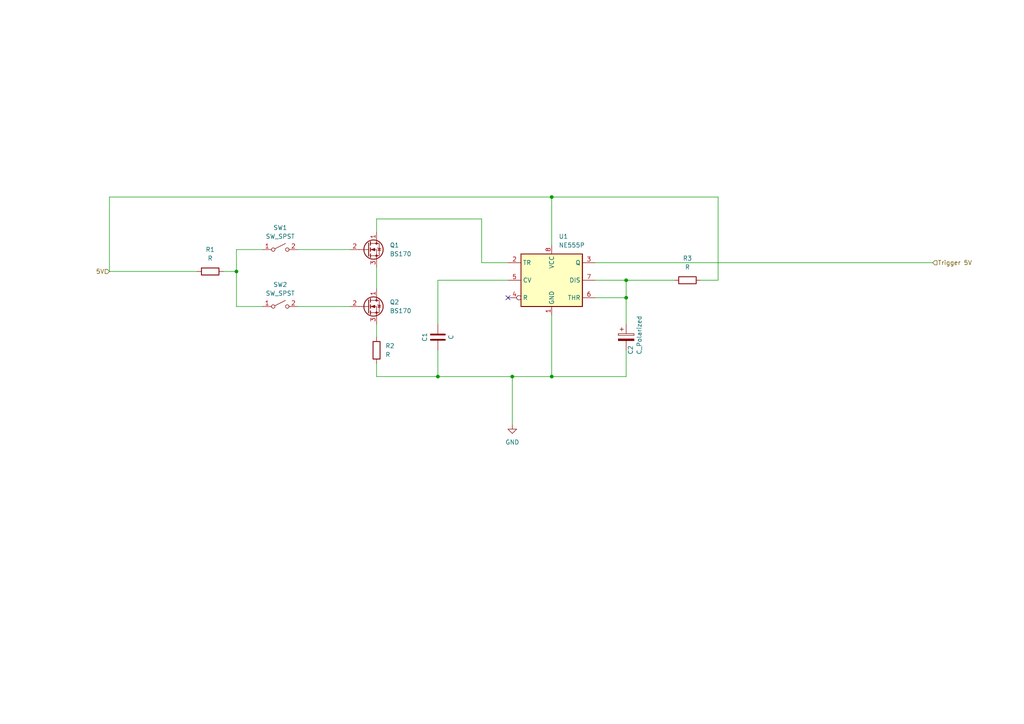
<source format=kicad_sch>
(kicad_sch (version 20211123) (generator eeschema)
  (paper "A4")
  (lib_symbols
    (symbol "Device:C" (pin_numbers hide) (pin_names (offset 0.254))
      (property "Reference" "C" (at 0.635 2.54 0))
      (property "Value" "C" (at 0.635 -2.54 0))
      (symbol "C_0_1"
        (polyline (pts (xy -2.032 -0.762) (xy 2.032 -0.762)) (stroke (width 0.508)))
        (polyline (pts (xy -2.032 0.762) (xy 2.032 0.762)) (stroke (width 0.508)))
      )
      (symbol "C_1_1"
        (pin passive line (at 0 3.81 270) (length 2.794) (name "~") (number "1"))
        (pin passive line (at 0 -3.81 90) (length 2.794) (name "~") (number "2"))
      )
    )
    (symbol "Device:C_Polarized" (pin_numbers hide) (pin_names (offset 0.254))
      (property "Reference" "C" (at 0.635 2.54 0))
      (property "Value" "C_Polarized" (at 0.635 -2.54 0))
      (symbol "C_Polarized_0_1"
        (rectangle (start -2.286 0.508) (end 2.286 1.016))
        (polyline (pts (xy -1.778 2.286) (xy -0.762 2.286)))
        (polyline (pts (xy -1.27 2.794) (xy -1.27 1.778)))
        (rectangle (start 2.286 -0.508) (end -2.286 -1.016) (fill (type outline)))
      )
      (symbol "C_Polarized_1_1"
        (pin passive line (at 0 3.81 270) (length 2.794) (name "~") (number "1"))
        (pin passive line (at 0 -3.81 90) (length 2.794) (name "~") (number "2"))
      )
    )
    (symbol "Device:R" (pin_numbers hide) (pin_names (offset 0))
      (property "Reference" "R" (at 2.032 0 90))
      (property "Value" "R" (at 0 0 90))
      (symbol "R_0_1"
        (rectangle (start -1.016 -2.54) (end 1.016 2.54) (stroke (width 0.254)))
      )
      (symbol "R_1_1"
        (pin passive line (at 0 3.81 270) (length 1.27) (name "~") (number "1"))
        (pin passive line (at 0 -3.81 90) (length 1.27) (name "~") (number "2"))
      )
    )
    (symbol "Switch:SW_SPST" (pin_names (offset 0) hide)
      (property "Reference" "SW" (at 0 3.175 0))
      (property "Value" "SW_SPST" (at 0 -2.54 0))
      (symbol "SW_SPST_0_0"
        (circle (center -2.032 0) (radius 0.508))
        (polyline (pts (xy -1.524 0.254) (xy 1.524 1.778)))
        (circle (center 2.032 0) (radius 0.508))
      )
      (symbol "SW_SPST_1_1"
        (pin passive line (at -5.08 0 0) (length 2.54) (name "A") (number "1"))
        (pin passive line (at 5.08 0 180) (length 2.54) (name "B") (number "2"))
      )
    )
    (symbol "Timer:NE555P"
      (property "Reference" "U" (at -10.16 8.89 0))
      (property "Value" "NE555P" (at 2.54 8.89 0))
      (symbol "NE555P_0_0"
        (pin power_in line (at 0 -10.16 90) (length 2.54) (name "GND") (number "1"))
        (pin power_in line (at 0 10.16 270) (length 2.54) (name "VCC") (number "8"))
      )
      (symbol "NE555P_0_1"
        (rectangle (start -8.89 -7.62) (end 8.89 7.62) (stroke (width 0.254)) (fill (type background)))
        (rectangle (start -8.89 -7.62) (end 8.89 7.62) (stroke (width 0.254)) (fill (type background)))
      )
      (symbol "NE555P_1_1"
        (pin input line (at -12.7 5.08 0) (length 3.81) (name "TR") (number "2"))
        (pin output line (at 12.7 5.08 180) (length 3.81) (name "Q") (number "3"))
        (pin input inverted (at -12.7 -5.08 0) (length 3.81) (name "R") (number "4"))
        (pin input line (at -12.7 0 0) (length 3.81) (name "CV") (number "5"))
        (pin input line (at 12.7 -5.08 180) (length 3.81) (name "THR") (number "6"))
        (pin input line (at 12.7 0 180) (length 3.81) (name "DIS") (number "7"))
      )
    )
    (symbol "Transistor_FET:BS170" (pin_names hide)
      (property "Reference" "Q" (at 5.08 1.905 0))
      (property "Value" "BS170" (at 5.08 0 0))
      (symbol "BS170_0_1"
        (polyline (pts (xy 0.254 0) (xy -2.54 0)))
        (polyline (pts (xy 0.254 1.905) (xy 0.254 -1.905)) (stroke (width 0.254)))
        (polyline (pts (xy 0.762 -1.27) (xy 0.762 -2.286)) (stroke (width 0.254)))
        (polyline (pts (xy 0.762 0.508) (xy 0.762 -0.508)) (stroke (width 0.254)))
        (polyline (pts (xy 0.762 2.286) (xy 0.762 1.27)) (stroke (width 0.254)))
        (polyline (pts (xy 2.54 2.54) (xy 2.54 1.778)))
        (polyline (pts (xy 2.54 -2.54) (xy 2.54 0) (xy 0.762 0)))
        (polyline (pts (xy 0.762 -1.778) (xy 3.302 -1.778) (xy 3.302 1.778) (xy 0.762 1.778)))
        (polyline (pts (xy 1.016 0) (xy 2.032 0.381) (xy 2.032 -0.381) (xy 1.016 0)) (fill (type outline)))
        (polyline (pts (xy 2.794 0.508) (xy 2.921 0.381) (xy 3.683 0.381) (xy 3.81 0.254)))
        (polyline (pts (xy 3.302 0.381) (xy 2.921 -0.254) (xy 3.683 -0.254) (xy 3.302 0.381)))
        (circle (center 1.651 0) (radius 2.794) (stroke (width 0.254)))
        (circle (center 2.54 -1.778) (radius 0.254) (fill (type outline)))
        (circle (center 2.54 1.778) (radius 0.254) (fill (type outline)))
      )
      (symbol "BS170_1_1"
        (pin passive line (at 2.54 5.08 270) (length 2.54) (name "D") (number "1"))
        (pin input line (at -5.08 0 0) (length 2.54) (name "G") (number "2"))
        (pin passive line (at 2.54 -5.08 90) (length 2.54) (name "S") (number "3"))
      )
    )
    (symbol "power:GND" (power) (pin_names (offset 0))
      (property "Value" "GND" (at 0 -3.81 0))
      (symbol "GND_0_1"
        (polyline (pts (xy 0 0) (xy 0 -1.27) (xy 1.27 -1.27) (xy 0 -2.54) (xy -1.27 -1.27) (xy 0 -1.27)))
      )
      (symbol "GND_1_1"
        (pin power_in line (at 0 0 270) (length 0) hide (name "GND") (number "1"))
      )
    )
  )
  (junction (at 181.61 81.28))
  (junction (at 160.02 57.15))
  (junction (at 160.02 109.22))
  (junction (at 148.59 109.22))
  (junction (at 127 109.22))
  (junction (at 181.61 86.36))
  (junction (at 68.58 78.74))
  (no_connect (at 147.32 86.36))
  (wire (pts (xy 68.58 78.74) (xy 68.58 88.9)))
  (wire (pts (xy 172.72 86.36) (xy 181.61 86.36)))
  (wire (pts (xy 127 101.6) (xy 127 109.22)))
  (wire (pts (xy 57.15 78.74) (xy 31.75 78.74)))
  (wire (pts (xy 127 109.22) (xy 148.59 109.22)))
  (wire (pts (xy 86.36 72.39) (xy 101.6 72.39)))
  (wire (pts (xy 109.22 67.31) (xy 109.22 63.5)))
  (wire (pts (xy 127 81.28) (xy 127 93.98)))
  (wire (pts (xy 181.61 101.6) (xy 181.61 109.22)))
  (wire (pts (xy 68.58 88.9) (xy 76.2 88.9)))
  (wire (pts (xy 109.22 77.47) (xy 109.22 83.82)))
  (wire (pts (xy 68.58 72.39) (xy 68.58 78.74)))
  (wire (pts (xy 109.22 63.5) (xy 139.7 63.5)))
  (wire (pts (xy 181.61 81.28) (xy 195.58 81.28)))
  (wire (pts (xy 68.58 72.39) (xy 76.2 72.39)))
  (wire (pts (xy 203.2 81.28) (xy 208.28 81.28)))
  (wire (pts (xy 147.32 81.28) (xy 127 81.28)))
  (wire (pts (xy 181.61 86.36) (xy 181.61 81.28)))
  (wire (pts (xy 109.22 105.41) (xy 109.22 109.22)))
  (wire (pts (xy 64.77 78.74) (xy 68.58 78.74)))
  (wire (pts (xy 109.22 109.22) (xy 127 109.22)))
  (wire (pts (xy 208.28 81.28) (xy 208.28 57.15)))
  (wire (pts (xy 109.22 93.98) (xy 109.22 97.79)))
  (wire (pts (xy 139.7 63.5) (xy 139.7 76.2)))
  (wire (pts (xy 208.28 57.15) (xy 160.02 57.15)))
  (wire (pts (xy 139.7 76.2) (xy 147.32 76.2)))
  (wire (pts (xy 160.02 109.22) (xy 181.61 109.22)))
  (wire (pts (xy 86.36 88.9) (xy 101.6 88.9)))
  (wire (pts (xy 172.72 81.28) (xy 181.61 81.28)))
  (wire (pts (xy 160.02 91.44) (xy 160.02 109.22)))
  (wire (pts (xy 148.59 123.19) (xy 148.59 109.22)))
  (wire (pts (xy 181.61 86.36) (xy 181.61 93.98)))
  (wire (pts (xy 160.02 57.15) (xy 160.02 71.12)))
  (wire (pts (xy 31.75 57.15) (xy 31.75 78.74)))
  (wire (pts (xy 148.59 109.22) (xy 160.02 109.22)))
  (wire (pts (xy 172.72 76.2) (xy 270.51 76.2)))
  (wire (pts (xy 31.75 57.15) (xy 160.02 57.15)))
  (hierarchical_label "Trigger 5V" (shape input) (at 270.51 76.2 0))
  (hierarchical_label "5V" (shape input) (at 31.75 78.74 180))
  (symbol (lib_id "Transistor_FET:BS170") (at 106.68 72.39 0) (unit 1)
    (property "Reference" "Q1" (at 113.03 71.1199 0) (effects (justify left)))
    (property "Value" "BS170" (at 113.03 73.6599 0) (effects (justify left)))
    (property "Footprint" "Package_TO_SOT_THT:TO-92_Inline" (effects hide))
    (property "Datasheet" "https://www.onsemi.com/pub/Collateral/BS170-D.PDF" (effects hide))
  )
  (symbol (lib_id "Device:C") (at 127 97.79 180) (unit 1)
    (property "Reference" "C1" (at 123.19 97.79 90))
    (property "Value" "C" (at 130.81 97.79 90))
  )
  (symbol (lib_id "Switch:SW_SPST") (at 81.28 88.9 0) (unit 1)
    (property "Reference" "SW2" (at 81.28 82.55 0))
    (property "Value" "SW_SPST" (at 81.28 85.09 0))
  )
  (symbol (lib_id "power:GND") (at 148.59 123.19 0) (unit 1)
    (property "Reference" "#PWR02" (effects hide))
    (property "Value" "GND" (at 148.59 128.27 0))
  )
  (symbol (lib_id "Device:R") (at 199.39 81.28 90) (unit 1)
    (property "Reference" "R3" (at 199.39 74.93 90))
    (property "Value" "R" (at 199.39 77.47 90))
  )
  (symbol (lib_id "Device:R") (at 60.96 78.74 90) (unit 1)
    (property "Reference" "R1" (at 60.96 72.39 90))
    (property "Value" "R" (at 60.96 74.93 90))
  )
  (symbol (lib_id "Transistor_FET:BS170") (at 106.68 88.9 0) (unit 1)
    (property "Reference" "Q2" (at 113.03 87.6299 0) (effects (justify left)))
    (property "Value" "BS170" (at 113.03 90.1699 0) (effects (justify left)))
    (property "Footprint" "Package_TO_SOT_THT:TO-92_Inline" (effects hide))
    (property "Datasheet" "https://www.onsemi.com/pub/Collateral/BS170-D.PDF" (effects hide))
  )
  (symbol (lib_id "Device:R") (at 109.22 101.6 180) (unit 1)
    (property "Reference" "R2" (at 111.76 100.3299 0) (effects (justify right)))
    (property "Value" "R" (at 111.76 102.8699 0) (effects (justify right)))
  )
  (symbol (lib_id "Switch:SW_SPST") (at 81.28 72.39 0) (unit 1)
    (property "Reference" "SW1" (at 81.28 66.04 0))
    (property "Value" "SW_SPST" (at 81.28 68.58 0))
  )
  (symbol (lib_id "Device:C_Polarized") (at 181.61 97.79 0) (unit 1)
    (property "Reference" "C2" (at 182.88 102.87 90) (effects (justify left)))
    (property "Value" "C_Polarized" (at 185.42 102.87 90) (effects (justify left)))
  )
  (symbol (lib_id "Timer:NE555P") (at 160.02 81.28 0) (unit 1)
    (property "Reference" "U1" (at 162.0394 68.58 0) (effects (justify left)))
    (property "Value" "NE555P" (at 162.0394 71.12 0) (effects (justify left)))
    (property "Footprint" "Package_DIP:DIP-8_W7.62mm" (effects hide))
    (property "Datasheet" "http://www.ti.com/lit/ds/symlink/ne555.pdf" (effects hide))
  )
)
</source>
